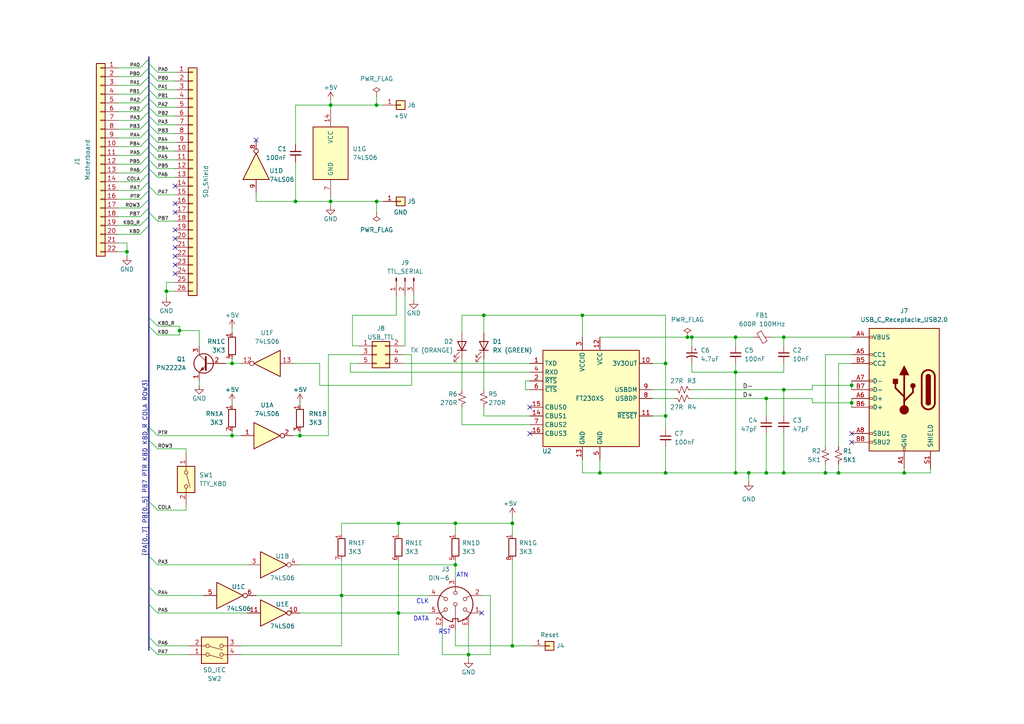
<source format=kicad_sch>
(kicad_sch (version 20230121) (generator eeschema)
  (paper "A4")
  (lib_symbols
    (symbol "74xx:74LS06" (pin_names (offset 1.016))
      (property "Reference" "U" (at 0 1.27 0))
      (property "Value" "74LS06" (at 0 -1.27 0))
      (symbol "74LS06_1_0"
        (pin input line (at -7.62 0 0) (length 3.81) (name "~") (number "1"))
        (pin open_collector inverted (at 7.62 0 180) (length 3.81) (name "~") (number "2"))
      )
      (symbol "74LS06_2_0"
        (pin input line (at -7.62 0 0) (length 3.81) (name "~") (number "3"))
        (pin open_collector inverted (at 7.62 0 180) (length 3.81) (name "~") (number "4"))
      )
      (symbol "74LS06_3_0"
        (pin input line (at -7.62 0 0) (length 3.81) (name "~") (number "5"))
        (pin open_collector inverted (at 7.62 0 180) (length 3.81) (name "~") (number "6"))
      )
      (symbol "74LS06_4_0"
        (pin open_collector inverted (at 7.62 0 180) (length 3.81) (name "~") (number "8"))
        (pin input line (at -7.62 0 0) (length 3.81) (name "~") (number "9"))
      )
      (symbol "74LS06_5_0"
        (pin open_collector inverted (at 7.62 0 180) (length 3.81) (name "~") (number "10"))
        (pin input line (at -7.62 0 0) (length 3.81) (name "~") (number "11"))
      )
      (symbol "74LS06_6_0"
        (pin open_collector inverted (at 7.62 0 180) (length 3.81) (name "~") (number "12"))
        (pin input line (at -7.62 0 0) (length 3.81) (name "~") (number "13"))
      )
      (symbol "74LS06_7_0"
        (pin power_in line (at 0 12.7 270) (length 5.08) (name "VCC") (number "14"))
        (pin power_in line (at 0 -12.7 90) (length 5.08) (name "GND") (number "7"))
      )
    )
    (symbol "Connector:Conn_01x03_Pin" (pin_names (offset 1.016) hide)
      (property "Reference" "J" (at 0 5.08 0))
      (property "Value" "Conn_01x03_Pin" (at 0 -5.08 0))
      (symbol "Conn_01x03_Pin_1_1"
        (pin passive line (at 5.08 2.54 180) (length 3.81) (name "Pin_1") (number "1"))
        (pin passive line (at 5.08 0 180) (length 3.81) (name "Pin_2") (number "2"))
        (pin passive line (at 5.08 -2.54 180) (length 3.81) (name "Pin_3") (number "3"))
      )
    )
    (symbol "Connector:USB_C_Receptacle_USB2.0" (pin_names (offset 1.016))
      (property "Reference" "J" (at -10.16 19.05 0))
      (property "Value" "USB_C_Receptacle_USB2.0" (at 19.05 19.05 0))
      (symbol "USB_C_Receptacle_USB2.0_1_1"
        (pin passive line (at 0 -22.86 90) (length 5.08) (name "GND") (number "A1"))
        (pin passive line (at 0 -22.86 90) (length 5.08) hide (name "GND") (number "A12"))
        (pin passive line (at 15.24 15.24 180) (length 5.08) (name "VBUS") (number "A4"))
        (pin bidirectional line (at 15.24 10.16 180) (length 5.08) (name "CC1") (number "A5"))
        (pin bidirectional line (at 15.24 -2.54 180) (length 5.08) (name "D+") (number "A6"))
        (pin bidirectional line (at 15.24 2.54 180) (length 5.08) (name "D-") (number "A7"))
        (pin bidirectional line (at 15.24 -12.7 180) (length 5.08) (name "SBU1") (number "A8"))
        (pin passive line (at 15.24 15.24 180) (length 5.08) hide (name "VBUS") (number "A9"))
        (pin passive line (at 0 -22.86 90) (length 5.08) hide (name "GND") (number "B1"))
        (pin passive line (at 0 -22.86 90) (length 5.08) hide (name "GND") (number "B12"))
        (pin passive line (at 15.24 15.24 180) (length 5.08) hide (name "VBUS") (number "B4"))
        (pin bidirectional line (at 15.24 7.62 180) (length 5.08) (name "CC2") (number "B5"))
        (pin bidirectional line (at 15.24 -5.08 180) (length 5.08) (name "D+") (number "B6"))
        (pin bidirectional line (at 15.24 0 180) (length 5.08) (name "D-") (number "B7"))
        (pin bidirectional line (at 15.24 -15.24 180) (length 5.08) (name "SBU2") (number "B8"))
        (pin passive line (at 15.24 15.24 180) (length 5.08) hide (name "VBUS") (number "B9"))
        (pin passive line (at -7.62 -22.86 90) (length 5.08) (name "SHIELD") (number "S1"))
      )
    )
    (symbol "Connector_Generic:Conn_01x01" (pin_names (offset 1.016) hide)
      (property "Reference" "J" (at 0 2.54 0))
      (property "Value" "Conn_01x01" (at 0 -2.54 0))
      (symbol "Conn_01x01_1_1"
        (pin passive line (at -5.08 0 0) (length 3.81) (name "Pin_1") (number "1"))
      )
    )
    (symbol "Connector_Generic:Conn_01x22" (pin_names (offset 1.016) hide)
      (property "Reference" "J" (at 0 27.94 0))
      (property "Value" "Conn_01x22" (at 0 -30.48 0))
      (symbol "Conn_01x22_1_1"
        (pin passive line (at -5.08 25.4 0) (length 3.81) (name "Pin_1") (number "1"))
        (pin passive line (at -5.08 2.54 0) (length 3.81) (name "Pin_10") (number "10"))
        (pin passive line (at -5.08 0 0) (length 3.81) (name "Pin_11") (number "11"))
        (pin passive line (at -5.08 -2.54 0) (length 3.81) (name "Pin_12") (number "12"))
        (pin passive line (at -5.08 -5.08 0) (length 3.81) (name "Pin_13") (number "13"))
        (pin passive line (at -5.08 -7.62 0) (length 3.81) (name "Pin_14") (number "14"))
        (pin passive line (at -5.08 -10.16 0) (length 3.81) (name "Pin_15") (number "15"))
        (pin passive line (at -5.08 -12.7 0) (length 3.81) (name "Pin_16") (number "16"))
        (pin passive line (at -5.08 -15.24 0) (length 3.81) (name "Pin_17") (number "17"))
        (pin passive line (at -5.08 -17.78 0) (length 3.81) (name "Pin_18") (number "18"))
        (pin passive line (at -5.08 -20.32 0) (length 3.81) (name "Pin_19") (number "19"))
        (pin passive line (at -5.08 22.86 0) (length 3.81) (name "Pin_2") (number "2"))
        (pin passive line (at -5.08 -22.86 0) (length 3.81) (name "Pin_20") (number "20"))
        (pin passive line (at -5.08 -25.4 0) (length 3.81) (name "Pin_21") (number "21"))
        (pin passive line (at -5.08 -27.94 0) (length 3.81) (name "Pin_22") (number "22"))
        (pin passive line (at -5.08 20.32 0) (length 3.81) (name "Pin_3") (number "3"))
        (pin passive line (at -5.08 17.78 0) (length 3.81) (name "Pin_4") (number "4"))
        (pin passive line (at -5.08 15.24 0) (length 3.81) (name "Pin_5") (number "5"))
        (pin passive line (at -5.08 12.7 0) (length 3.81) (name "Pin_6") (number "6"))
        (pin passive line (at -5.08 10.16 0) (length 3.81) (name "Pin_7") (number "7"))
        (pin passive line (at -5.08 7.62 0) (length 3.81) (name "Pin_8") (number "8"))
        (pin passive line (at -5.08 5.08 0) (length 3.81) (name "Pin_9") (number "9"))
      )
    )
    (symbol "Connector_Generic:Conn_01x26" (pin_names (offset 1.016) hide)
      (property "Reference" "J" (at 0 33.02 0))
      (property "Value" "Conn_01x26" (at 0 -35.56 0))
      (symbol "Conn_01x26_1_1"
        (pin passive line (at -5.08 30.48 0) (length 3.81) (name "Pin_1") (number "1"))
        (pin passive line (at -5.08 7.62 0) (length 3.81) (name "Pin_10") (number "10"))
        (pin passive line (at -5.08 5.08 0) (length 3.81) (name "Pin_11") (number "11"))
        (pin passive line (at -5.08 2.54 0) (length 3.81) (name "Pin_12") (number "12"))
        (pin passive line (at -5.08 0 0) (length 3.81) (name "Pin_13") (number "13"))
        (pin passive line (at -5.08 -2.54 0) (length 3.81) (name "Pin_14") (number "14"))
        (pin passive line (at -5.08 -5.08 0) (length 3.81) (name "Pin_15") (number "15"))
        (pin passive line (at -5.08 -7.62 0) (length 3.81) (name "Pin_16") (number "16"))
        (pin passive line (at -5.08 -10.16 0) (length 3.81) (name "Pin_17") (number "17"))
        (pin passive line (at -5.08 -12.7 0) (length 3.81) (name "Pin_18") (number "18"))
        (pin passive line (at -5.08 -15.24 0) (length 3.81) (name "Pin_19") (number "19"))
        (pin passive line (at -5.08 27.94 0) (length 3.81) (name "Pin_2") (number "2"))
        (pin passive line (at -5.08 -17.78 0) (length 3.81) (name "Pin_20") (number "20"))
        (pin passive line (at -5.08 -20.32 0) (length 3.81) (name "Pin_21") (number "21"))
        (pin passive line (at -5.08 -22.86 0) (length 3.81) (name "Pin_22") (number "22"))
        (pin passive line (at -5.08 -25.4 0) (length 3.81) (name "Pin_23") (number "23"))
        (pin passive line (at -5.08 -27.94 0) (length 3.81) (name "Pin_24") (number "24"))
        (pin passive line (at -5.08 -30.48 0) (length 3.81) (name "Pin_25") (number "25"))
        (pin passive line (at -5.08 -33.02 0) (length 3.81) (name "Pin_26") (number "26"))
        (pin passive line (at -5.08 25.4 0) (length 3.81) (name "Pin_3") (number "3"))
        (pin passive line (at -5.08 22.86 0) (length 3.81) (name "Pin_4") (number "4"))
        (pin passive line (at -5.08 20.32 0) (length 3.81) (name "Pin_5") (number "5"))
        (pin passive line (at -5.08 17.78 0) (length 3.81) (name "Pin_6") (number "6"))
        (pin passive line (at -5.08 15.24 0) (length 3.81) (name "Pin_7") (number "7"))
        (pin passive line (at -5.08 12.7 0) (length 3.81) (name "Pin_8") (number "8"))
        (pin passive line (at -5.08 10.16 0) (length 3.81) (name "Pin_9") (number "9"))
      )
    )
    (symbol "Connector_Generic:Conn_02x03_Odd_Even" (pin_names (offset 1.016) hide)
      (property "Reference" "J" (at 1.27 5.08 0))
      (property "Value" "Conn_02x03_Odd_Even" (at 1.27 -5.08 0))
      (symbol "Conn_02x03_Odd_Even_1_1"
        (pin passive line (at -5.08 2.54 0) (length 3.81) (name "Pin_1") (number "1"))
        (pin passive line (at 7.62 2.54 180) (length 3.81) (name "Pin_2") (number "2"))
        (pin passive line (at -5.08 0 0) (length 3.81) (name "Pin_3") (number "3"))
        (pin passive line (at 7.62 0 180) (length 3.81) (name "Pin_4") (number "4"))
        (pin passive line (at -5.08 -2.54 0) (length 3.81) (name "Pin_5") (number "5"))
        (pin passive line (at 7.62 -2.54 180) (length 3.81) (name "Pin_6") (number "6"))
      )
    )
    (symbol "DIN_Round:DIN-6_Ground" (pin_names (offset 1.016))
      (property "Reference" "J6" (at 1.6511 10.16 0))
      (property "Value" "DIN-6" (at 1.6511 7.62 0))
      (symbol "DIN-6_Ground_1_1"
        (pin passive line (at -7.62 -2.54 0) (length 2.54) (name "~") (number "1"))
        (pin passive line (at -7.62 2.54 0) (length 2.54) (name "~") (number "2"))
        (pin passive line (at 0 7.62 270) (length 2.54) (name "~") (number "3"))
        (pin passive line (at 7.62 2.54 180) (length 2.54) (name "~") (number "4"))
        (pin passive line (at 7.62 -2.54 180) (length 2.54) (name "~") (number "5"))
        (pin passive line (at 0 -7.62 90) (length 2.54) (name "~") (number "6"))
        (pin power_in line (at -3.81 -6.35 90) (length 2.87) (name "~") (number "E1"))
        (pin power_in line (at 3.81 -6.35 90) (length 2.87) (name "~") (number "E2"))
      )
    )
    (symbol "Device:C_Polarized_Small_US" (pin_numbers hide) (pin_names (offset 0.254) hide)
      (property "Reference" "C" (at 0.254 1.778 0))
      (property "Value" "C_Polarized_Small_US" (at 0.254 -2.032 0))
      (symbol "C_Polarized_Small_US_1_1"
        (pin passive line (at 0 2.54 270) (length 2.032) (name "~") (number "1"))
        (pin passive line (at 0 -2.54 90) (length 2.032) (name "~") (number "2"))
      )
    )
    (symbol "Device:C_Small" (pin_numbers hide) (pin_names (offset 0.254) hide)
      (property "Reference" "C" (at 0.254 1.778 0))
      (property "Value" "C_Small" (at 0.254 -2.032 0))
      (symbol "C_Small_1_1"
        (pin passive line (at 0 2.54 270) (length 2.032) (name "~") (number "1"))
        (pin passive line (at 0 -2.54 90) (length 2.032) (name "~") (number "2"))
      )
    )
    (symbol "Device:FerriteBead_Small" (pin_numbers hide) (pin_names (offset 0))
      (property "Reference" "FB" (at 1.905 1.27 0))
      (property "Value" "FerriteBead_Small" (at 1.905 -1.27 0))
      (symbol "FerriteBead_Small_1_1"
        (pin passive line (at 0 2.54 270) (length 1.27) (name "~") (number "1"))
        (pin passive line (at 0 -2.54 90) (length 1.27) (name "~") (number "2"))
      )
    )
    (symbol "Device:LED" (pin_numbers hide) (pin_names (offset 1.016) hide)
      (property "Reference" "D" (at 0 2.54 0))
      (property "Value" "LED" (at 0 -2.54 0))
      (symbol "LED_1_1"
        (pin passive line (at -3.81 0 0) (length 2.54) (name "K") (number "1"))
        (pin passive line (at 3.81 0 180) (length 2.54) (name "A") (number "2"))
      )
    )
    (symbol "Device:R_Network07_Split" (pin_names (offset 0) hide)
      (property "Reference" "RN" (at 2.032 0 90))
      (property "Value" "R_Network07_Split" (at 0 0 90))
      (symbol "R_Network07_Split_0_1"
        (pin passive line (at 0 3.81 270) (length 1.27) (name "R1") (number "1"))
      )
      (symbol "R_Network07_Split_1_1"
        (pin passive line (at 0 -3.81 90) (length 1.27) (name "R1.2") (number "2"))
      )
      (symbol "R_Network07_Split_2_1"
        (pin passive line (at 0 -3.81 90) (length 1.27) (name "R2.2") (number "3"))
      )
      (symbol "R_Network07_Split_3_1"
        (pin passive line (at 0 -3.81 90) (length 1.27) (name "R3.2") (number "4"))
      )
      (symbol "R_Network07_Split_4_1"
        (pin passive line (at 0 -3.81 90) (length 1.27) (name "R4.2") (number "5"))
      )
      (symbol "R_Network07_Split_5_1"
        (pin passive line (at 0 -3.81 90) (length 1.27) (name "R5.2") (number "6"))
      )
      (symbol "R_Network07_Split_6_1"
        (pin passive line (at 0 -3.81 90) (length 1.27) (name "R6.2") (number "7"))
      )
      (symbol "R_Network07_Split_7_1"
        (pin passive line (at 0 -3.81 90) (length 1.27) (name "R7.2") (number "8"))
      )
    )
    (symbol "Device:R_Small_US" (pin_numbers hide) (pin_names (offset 0.254) hide)
      (property "Reference" "R" (at 0.762 0.508 0))
      (property "Value" "R_Small_US" (at 0.762 -1.016 0))
      (symbol "R_Small_US_1_1"
        (pin passive line (at 0 2.54 270) (length 1.016) (name "~") (number "1"))
        (pin passive line (at 0 -2.54 90) (length 1.016) (name "~") (number "2"))
      )
    )
    (symbol "Interface_USB:FT230XS"
      (property "Reference" "U" (at -13.97 15.24 0))
      (property "Value" "FT230XS" (at 7.62 15.24 0))
      (symbol "FT230XS_1_1"
        (pin output line (at 17.78 10.16 180) (length 3.81) (name "TXD") (number "1"))
        (pin power_out line (at -17.78 10.16 0) (length 3.81) (name "3V3OUT") (number "10"))
        (pin input line (at -17.78 -5.08 0) (length 3.81) (name "~{RESET}") (number "11"))
        (pin power_in line (at -2.54 17.78 270) (length 3.81) (name "VCC") (number "12"))
        (pin power_in line (at 2.54 -17.78 90) (length 3.81) (name "GND") (number "13"))
        (pin bidirectional line (at 17.78 -5.08 180) (length 3.81) (name "CBUS1") (number "14"))
        (pin bidirectional line (at 17.78 -2.54 180) (length 3.81) (name "CBUS0") (number "15"))
        (pin bidirectional line (at 17.78 -10.16 180) (length 3.81) (name "CBUS3") (number "16"))
        (pin output line (at 17.78 5.08 180) (length 3.81) (name "~{RTS}") (number "2"))
        (pin power_in line (at 2.54 17.78 270) (length 3.81) (name "VCCIO") (number "3"))
        (pin input line (at 17.78 7.62 180) (length 3.81) (name "RXD") (number "4"))
        (pin power_in line (at -2.54 -17.78 90) (length 3.81) (name "GND") (number "5"))
        (pin input line (at 17.78 2.54 180) (length 3.81) (name "~{CTS}") (number "6"))
        (pin bidirectional line (at 17.78 -7.62 180) (length 3.81) (name "CBUS2") (number "7"))
        (pin bidirectional line (at -17.78 0 0) (length 3.81) (name "USBDP") (number "8"))
        (pin bidirectional line (at -17.78 2.54 0) (length 3.81) (name "USBDM") (number "9"))
      )
    )
    (symbol "Switch:SW_DIP_x01" (pin_names (offset 0) hide)
      (property "Reference" "SW" (at 0 3.81 0))
      (property "Value" "SW_DIP_x01" (at 0 -3.81 0))
      (symbol "SW_DIP_x01_1_1"
        (pin passive line (at -7.62 0 0) (length 5.08) (name "~") (number "1"))
        (pin passive line (at 7.62 0 180) (length 5.08) (name "~") (number "2"))
      )
    )
    (symbol "Switch:SW_DIP_x02" (pin_names (offset 0) hide)
      (property "Reference" "SW" (at 0 6.35 0))
      (property "Value" "SW_DIP_x02" (at 0 -3.81 0))
      (symbol "SW_DIP_x02_1_1"
        (pin passive line (at -7.62 2.54 0) (length 5.08) (name "~") (number "1"))
        (pin passive line (at -7.62 0 0) (length 5.08) (name "~") (number "2"))
        (pin passive line (at 7.62 0 180) (length 5.08) (name "~") (number "3"))
        (pin passive line (at 7.62 2.54 180) (length 5.08) (name "~") (number "4"))
      )
    )
    (symbol "Transistor_BJT:PN2222A" (pin_names (offset 0) hide)
      (property "Reference" "Q" (at 5.08 1.905 0))
      (property "Value" "PN2222A" (at 5.08 0 0))
      (symbol "PN2222A_1_1"
        (pin passive line (at 2.54 -5.08 90) (length 2.54) (name "E") (number "1"))
        (pin input line (at -5.08 0 0) (length 5.08) (name "B") (number "2"))
        (pin passive line (at 2.54 5.08 270) (length 2.54) (name "C") (number "3"))
      )
    )
    (symbol "power:+5V" (power) (pin_names (offset 0))
      (property "Value" "+5V" (at 0 3.556 0))
      (symbol "+5V_1_1"
        (pin power_in line (at 0 0 90) (length 0) hide (name "+5V") (number "1"))
      )
    )
    (symbol "power:GND" (power) (pin_names (offset 0))
      (property "Value" "GND" (at 0 -3.81 0))
      (symbol "GND_1_1"
        (pin power_in line (at 0 0 270) (length 0) hide (name "GND") (number "1"))
      )
    )
    (symbol "power:PWR_FLAG" (power) (pin_numbers hide) (pin_names (offset 0) hide)
      (property "Value" "PWR_FLAG" (at 0 3.81 0))
      (symbol "PWR_FLAG_0_0"
        (pin power_out line (at 0 0 90) (length 0) (name "pwr") (number "1"))
      )
    )
  )
  (junction (at 67.31 105.41))
  (junction (at 135.89 189.865))
  (junction (at 132.08 163.83))
  (junction (at 227.33 137.16))
  (junction (at 95.885 30.48))
  (junction (at 85.725 58.42))
  (junction (at 115.57 177.8))
  (junction (at 199.39 97.79))
  (junction (at 222.25 115.57))
  (junction (at 193.04 137.16))
  (junction (at 115.57 151.765))
  (junction (at 239.395 137.16))
  (junction (at 95.885 58.42))
  (junction (at 67.31 126.365))
  (junction (at 193.04 105.41))
  (junction (at 148.59 187.325))
  (junction (at 52.07 95.885))
  (junction (at 109.22 58.42))
  (junction (at 213.36 137.16))
  (junction (at 227.33 97.79))
  (junction (at 217.17 137.16))
  (junction (at 132.08 151.765))
  (junction (at 200.66 97.79))
  (junction (at 193.04 120.65))
  (junction (at 222.25 137.16))
  (junction (at 262.255 137.16))
  (junction (at 213.36 97.79))
  (junction (at 173.99 137.16))
  (junction (at 243.205 137.16))
  (junction (at 247.015 111.76))
  (junction (at 227.33 113.03))
  (junction (at 140.335 91.44))
  (junction (at 99.06 172.72))
  (junction (at 109.22 30.48))
  (junction (at 148.59 151.765))
  (junction (at 247.015 116.84))
  (junction (at 48.26 84.455))
  (junction (at 213.36 107.95))
  (junction (at 36.83 73.025))
  (junction (at 86.995 126.365))
  (junction (at 168.91 91.44))
  (no_connect (at 50.8 74.295))
  (no_connect (at 247.015 128.27))
  (no_connect (at 50.8 76.835))
  (no_connect (at 50.8 71.755))
  (no_connect (at 153.67 118.11))
  (no_connect (at 50.8 59.055))
  (no_connect (at 50.8 79.375))
  (no_connect (at 247.015 125.73))
  (no_connect (at 74.295 40.64))
  (no_connect (at 50.8 61.595))
  (no_connect (at 50.8 53.975))
  (no_connect (at 153.67 125.73))
  (no_connect (at 50.8 69.215))
  (no_connect (at 139.7 177.8))
  (no_connect (at 50.8 66.675))
  (bus_entry (at 40.64 67.945) (size 2.54 -2.54))
  (bus_entry (at 43.18 18.415) (size 2.54 2.54))
  (bus_entry (at 43.18 46.355) (size 2.54 2.54))
  (bus_entry (at 43.18 127.635) (size 2.54 2.54))
  (bus_entry (at 40.64 22.225) (size 2.54 -2.54))
  (bus_entry (at 43.18 161.29) (size 2.54 2.54))
  (bus_entry (at 43.18 123.825) (size 2.54 2.54))
  (bus_entry (at 43.18 53.975) (size 2.54 2.54))
  (bus_entry (at 40.64 50.165) (size 2.54 -2.54))
  (bus_entry (at 40.64 60.325) (size 2.54 -2.54))
  (bus_entry (at 40.64 40.005) (size 2.54 -2.54))
  (bus_entry (at 43.18 41.275) (size 2.54 2.54))
  (bus_entry (at 43.18 184.785) (size 2.54 2.54))
  (bus_entry (at 40.64 42.545) (size 2.54 -2.54))
  (bus_entry (at 40.64 29.845) (size 2.54 -2.54))
  (bus_entry (at 40.64 47.625) (size 2.54 -2.54))
  (bus_entry (at 43.18 43.815) (size 2.54 2.54))
  (bus_entry (at 43.18 92.075) (size 2.54 2.54))
  (bus_entry (at 40.64 65.405) (size 2.54 -2.54))
  (bus_entry (at 40.64 24.765) (size 2.54 -2.54))
  (bus_entry (at 40.64 55.245) (size 2.54 -2.54))
  (bus_entry (at 43.18 36.195) (size 2.54 2.54))
  (bus_entry (at 43.18 48.895) (size 2.54 2.54))
  (bus_entry (at 43.18 33.655) (size 2.54 2.54))
  (bus_entry (at 43.18 94.615) (size 2.54 2.54))
  (bus_entry (at 40.64 37.465) (size 2.54 -2.54))
  (bus_entry (at 40.64 19.685) (size 2.54 -2.54))
  (bus_entry (at 43.18 20.955) (size 2.54 2.54))
  (bus_entry (at 43.18 38.735) (size 2.54 2.54))
  (bus_entry (at 40.64 27.305) (size 2.54 -2.54))
  (bus_entry (at 40.64 62.865) (size 2.54 -2.54))
  (bus_entry (at 43.18 23.495) (size 2.54 2.54))
  (bus_entry (at 43.18 31.115) (size 2.54 2.54))
  (bus_entry (at 40.64 52.705) (size 2.54 -2.54))
  (bus_entry (at 40.64 57.785) (size 2.54 -2.54))
  (bus_entry (at 43.18 61.595) (size 2.54 2.54))
  (bus_entry (at 40.64 32.385) (size 2.54 -2.54))
  (bus_entry (at 43.18 26.035) (size 2.54 2.54))
  (bus_entry (at 43.18 175.26) (size 2.54 2.54))
  (bus_entry (at 40.64 45.085) (size 2.54 -2.54))
  (bus_entry (at 43.18 28.575) (size 2.54 2.54))
  (bus_entry (at 43.18 170.18) (size 2.54 2.54))
  (bus_entry (at 43.18 145.415) (size 2.54 2.54))
  (bus_entry (at 40.64 34.925) (size 2.54 -2.54))
  (bus_entry (at 43.18 187.325) (size 2.54 2.54))
  (wire (pts (xy 235.585 115.57) (xy 222.25 115.57)))
  (wire (pts (xy 53.975 130.175) (xy 53.975 131.445)))
  (wire (pts (xy 247.015 111.76) (xy 247.015 113.03)))
  (wire (pts (xy 34.29 47.625) (xy 40.64 47.625)))
  (wire (pts (xy 45.72 23.495) (xy 50.8 23.495)))
  (wire (pts (xy 128.27 181.61) (xy 128.27 189.865)))
  (wire (pts (xy 101.6 105.41) (xy 104.14 105.41)))
  (bus (pts (xy 43.18 55.245) (xy 43.18 57.785)))
  (wire (pts (xy 235.585 116.84) (xy 235.585 115.57)))
  (wire (pts (xy 95.25 102.87) (xy 95.25 126.365)))
  (wire (pts (xy 247.015 110.49) (xy 247.015 111.76)))
  (wire (pts (xy 104.14 100.33) (xy 102.235 100.33)))
  (wire (pts (xy 247.015 97.79) (xy 227.33 97.79)))
  (wire (pts (xy 213.36 97.79) (xy 213.36 100.33)))
  (wire (pts (xy 227.33 113.03) (xy 227.33 120.65)))
  (bus (pts (xy 43.18 28.575) (xy 43.18 29.845)))
  (wire (pts (xy 85.09 126.365) (xy 86.995 126.365)))
  (wire (pts (xy 34.29 55.245) (xy 40.64 55.245)))
  (wire (pts (xy 52.07 97.155) (xy 52.07 95.885)))
  (bus (pts (xy 43.18 123.825) (xy 43.18 127.635)))
  (wire (pts (xy 109.22 30.48) (xy 111.125 30.48)))
  (wire (pts (xy 45.72 56.515) (xy 50.8 56.515)))
  (bus (pts (xy 43.18 40.005) (xy 43.18 41.275)))
  (bus (pts (xy 43.18 127.635) (xy 43.18 145.415)))
  (wire (pts (xy 48.26 81.915) (xy 48.26 84.455)))
  (wire (pts (xy 102.235 91.44) (xy 114.935 91.44)))
  (wire (pts (xy 67.31 116.84) (xy 67.31 117.475)))
  (wire (pts (xy 132.08 151.765) (xy 115.57 151.765)))
  (wire (pts (xy 227.33 107.95) (xy 213.36 107.95)))
  (wire (pts (xy 92.71 111.76) (xy 119.38 111.76)))
  (wire (pts (xy 243.205 105.41) (xy 247.015 105.41)))
  (wire (pts (xy 148.59 162.56) (xy 148.59 187.325)))
  (wire (pts (xy 67.31 126.365) (xy 69.85 126.365)))
  (wire (pts (xy 222.25 115.57) (xy 222.25 120.65)))
  (wire (pts (xy 168.91 91.44) (xy 140.335 91.44)))
  (wire (pts (xy 109.22 58.42) (xy 109.22 61.595)))
  (wire (pts (xy 239.395 137.16) (xy 227.33 137.16)))
  (bus (pts (xy 43.18 48.895) (xy 43.18 50.165)))
  (wire (pts (xy 34.29 22.225) (xy 40.64 22.225)))
  (wire (pts (xy 148.59 154.94) (xy 148.59 151.765)))
  (wire (pts (xy 34.29 62.865) (xy 40.64 62.865)))
  (wire (pts (xy 189.23 105.41) (xy 193.04 105.41)))
  (wire (pts (xy 120.015 85.725) (xy 120.015 86.995)))
  (wire (pts (xy 227.33 137.16) (xy 227.33 125.73)))
  (wire (pts (xy 193.04 105.41) (xy 193.04 120.65)))
  (wire (pts (xy 213.36 107.95) (xy 213.36 137.16)))
  (wire (pts (xy 153.67 107.95) (xy 101.6 107.95)))
  (wire (pts (xy 34.29 42.545) (xy 40.64 42.545)))
  (wire (pts (xy 239.395 129.54) (xy 239.395 102.87)))
  (wire (pts (xy 140.335 91.44) (xy 133.985 91.44)))
  (wire (pts (xy 117.475 100.33) (xy 117.475 85.725)))
  (wire (pts (xy 115.57 151.765) (xy 115.57 154.94)))
  (bus (pts (xy 43.18 29.845) (xy 43.18 31.115)))
  (wire (pts (xy 45.72 28.575) (xy 50.8 28.575)))
  (wire (pts (xy 262.255 135.89) (xy 262.255 137.16)))
  (wire (pts (xy 45.72 187.325) (xy 54.61 187.325)))
  (wire (pts (xy 45.72 64.135) (xy 50.8 64.135)))
  (bus (pts (xy 43.18 34.925) (xy 43.18 36.195)))
  (wire (pts (xy 67.31 125.095) (xy 67.31 126.365)))
  (wire (pts (xy 243.205 129.54) (xy 243.205 105.41)))
  (wire (pts (xy 34.29 29.845) (xy 40.64 29.845)))
  (wire (pts (xy 116.84 100.33) (xy 117.475 100.33)))
  (wire (pts (xy 45.72 97.155) (xy 52.07 97.155)))
  (wire (pts (xy 36.83 73.025) (xy 36.83 70.485)))
  (wire (pts (xy 45.72 51.435) (xy 50.8 51.435)))
  (bus (pts (xy 43.18 24.765) (xy 43.18 26.035)))
  (wire (pts (xy 86.995 126.365) (xy 95.25 126.365)))
  (wire (pts (xy 48.26 84.455) (xy 50.8 84.455)))
  (wire (pts (xy 135.89 189.865) (xy 135.89 191.135)))
  (wire (pts (xy 86.995 163.83) (xy 132.08 163.83)))
  (wire (pts (xy 34.29 45.085) (xy 40.64 45.085)))
  (wire (pts (xy 45.72 94.615) (xy 52.07 94.615)))
  (wire (pts (xy 247.015 111.76) (xy 235.585 111.76)))
  (wire (pts (xy 34.29 57.785) (xy 40.64 57.785)))
  (wire (pts (xy 222.25 115.57) (xy 200.66 115.57)))
  (bus (pts (xy 43.18 26.035) (xy 43.18 27.305)))
  (wire (pts (xy 45.72 33.655) (xy 50.8 33.655)))
  (wire (pts (xy 140.335 104.14) (xy 140.335 113.03)))
  (wire (pts (xy 193.04 129.54) (xy 193.04 137.16)))
  (wire (pts (xy 95.885 29.21) (xy 95.885 30.48)))
  (wire (pts (xy 95.885 30.48) (xy 109.22 30.48)))
  (wire (pts (xy 45.72 41.275) (xy 50.8 41.275)))
  (wire (pts (xy 227.33 97.79) (xy 223.52 97.79)))
  (wire (pts (xy 45.72 31.115) (xy 50.8 31.115)))
  (wire (pts (xy 34.29 73.025) (xy 36.83 73.025)))
  (wire (pts (xy 140.335 120.65) (xy 140.335 118.11)))
  (bus (pts (xy 43.18 23.495) (xy 43.18 24.765)))
  (wire (pts (xy 152.4 110.49) (xy 152.4 113.03)))
  (wire (pts (xy 95.885 30.48) (xy 95.885 31.75)))
  (wire (pts (xy 34.29 40.005) (xy 40.64 40.005)))
  (wire (pts (xy 217.17 137.16) (xy 217.17 139.7)))
  (wire (pts (xy 193.04 137.16) (xy 173.99 137.16)))
  (bus (pts (xy 43.18 18.415) (xy 43.18 19.685)))
  (bus (pts (xy 43.18 161.29) (xy 43.18 170.18)))
  (wire (pts (xy 85.725 58.42) (xy 95.885 58.42)))
  (wire (pts (xy 222.25 137.16) (xy 227.33 137.16)))
  (wire (pts (xy 262.255 137.16) (xy 243.205 137.16)))
  (wire (pts (xy 153.67 120.65) (xy 140.335 120.65)))
  (wire (pts (xy 148.59 149.86) (xy 148.59 151.765)))
  (wire (pts (xy 213.36 107.95) (xy 200.66 107.95)))
  (wire (pts (xy 114.935 91.44) (xy 114.935 85.725)))
  (wire (pts (xy 247.015 116.84) (xy 247.015 118.11)))
  (wire (pts (xy 115.57 162.56) (xy 115.57 177.8)))
  (bus (pts (xy 43.18 20.955) (xy 43.18 22.225)))
  (bus (pts (xy 43.18 22.225) (xy 43.18 23.495)))
  (wire (pts (xy 152.4 113.03) (xy 153.67 113.03)))
  (bus (pts (xy 43.18 184.785) (xy 43.18 187.325)))
  (wire (pts (xy 119.38 102.87) (xy 119.38 111.76)))
  (wire (pts (xy 45.72 43.815) (xy 50.8 43.815)))
  (wire (pts (xy 45.72 48.895) (xy 50.8 48.895)))
  (wire (pts (xy 34.29 60.325) (xy 40.64 60.325)))
  (bus (pts (xy 43.18 41.275) (xy 43.18 42.545)))
  (wire (pts (xy 85.09 105.41) (xy 92.71 105.41)))
  (bus (pts (xy 43.18 16.51) (xy 43.18 17.145)))
  (bus (pts (xy 43.18 50.165) (xy 43.18 52.705)))
  (bus (pts (xy 43.18 27.305) (xy 43.18 28.575)))
  (wire (pts (xy 45.72 130.175) (xy 53.975 130.175)))
  (wire (pts (xy 116.84 105.41) (xy 153.67 105.41)))
  (wire (pts (xy 95.885 58.42) (xy 95.885 57.15)))
  (bus (pts (xy 43.18 60.325) (xy 43.18 61.595)))
  (wire (pts (xy 227.33 100.33) (xy 227.33 97.79)))
  (wire (pts (xy 148.59 151.765) (xy 132.08 151.765)))
  (wire (pts (xy 133.985 91.44) (xy 133.985 96.52)))
  (wire (pts (xy 45.72 26.035) (xy 50.8 26.035)))
  (bus (pts (xy 43.18 170.18) (xy 43.18 175.26)))
  (bus (pts (xy 43.18 33.655) (xy 43.18 34.925)))
  (wire (pts (xy 34.29 52.705) (xy 40.64 52.705)))
  (wire (pts (xy 132.08 151.765) (xy 132.08 154.94)))
  (wire (pts (xy 34.29 37.465) (xy 40.64 37.465)))
  (bus (pts (xy 43.18 175.26) (xy 43.18 184.785)))
  (wire (pts (xy 124.46 177.8) (xy 115.57 177.8)))
  (wire (pts (xy 57.785 100.33) (xy 57.785 95.885)))
  (wire (pts (xy 95.885 58.42) (xy 109.22 58.42)))
  (wire (pts (xy 217.17 137.16) (xy 213.36 137.16)))
  (wire (pts (xy 34.29 27.305) (xy 40.64 27.305)))
  (wire (pts (xy 109.22 27.94) (xy 109.22 30.48)))
  (wire (pts (xy 227.33 113.03) (xy 200.66 113.03)))
  (wire (pts (xy 132.08 162.56) (xy 132.08 163.83)))
  (bus (pts (xy 43.18 145.415) (xy 43.18 161.29)))
  (bus (pts (xy 43.18 38.735) (xy 43.18 40.005)))
  (wire (pts (xy 34.29 50.165) (xy 40.64 50.165)))
  (bus (pts (xy 43.18 52.705) (xy 43.18 53.975)))
  (bus (pts (xy 43.18 53.975) (xy 43.18 55.245)))
  (wire (pts (xy 36.83 74.295) (xy 36.83 73.025)))
  (bus (pts (xy 43.18 32.385) (xy 43.18 33.655)))
  (bus (pts (xy 43.18 37.465) (xy 43.18 38.735)))
  (wire (pts (xy 95.885 59.69) (xy 95.885 58.42)))
  (wire (pts (xy 45.72 177.8) (xy 71.755 177.8)))
  (wire (pts (xy 57.785 95.885) (xy 52.07 95.885)))
  (wire (pts (xy 48.26 84.455) (xy 48.26 86.36)))
  (wire (pts (xy 74.295 58.42) (xy 85.725 58.42)))
  (wire (pts (xy 115.57 189.865) (xy 115.57 177.8)))
  (bus (pts (xy 43.18 94.615) (xy 43.18 123.825)))
  (wire (pts (xy 69.85 189.865) (xy 115.57 189.865)))
  (wire (pts (xy 34.29 34.925) (xy 40.64 34.925)))
  (wire (pts (xy 200.66 107.95) (xy 200.66 105.41)))
  (wire (pts (xy 67.31 95.25) (xy 67.31 96.52)))
  (wire (pts (xy 34.29 65.405) (xy 40.64 65.405)))
  (wire (pts (xy 142.24 189.865) (xy 135.89 189.865)))
  (bus (pts (xy 43.18 45.085) (xy 43.18 46.355)))
  (wire (pts (xy 45.72 126.365) (xy 67.31 126.365)))
  (wire (pts (xy 45.72 172.72) (xy 59.055 172.72)))
  (wire (pts (xy 133.985 123.19) (xy 133.985 118.11)))
  (wire (pts (xy 67.31 105.41) (xy 69.85 105.41)))
  (wire (pts (xy 69.85 187.325) (xy 99.06 187.325)))
  (bus (pts (xy 43.18 187.325) (xy 43.18 188.595)))
  (wire (pts (xy 213.36 137.16) (xy 193.04 137.16)))
  (wire (pts (xy 86.995 116.84) (xy 86.995 117.475)))
  (wire (pts (xy 168.91 91.44) (xy 168.91 97.79)))
  (wire (pts (xy 247.015 116.84) (xy 235.585 116.84)))
  (wire (pts (xy 132.08 182.88) (xy 132.08 187.325)))
  (wire (pts (xy 53.975 146.685) (xy 53.975 147.955)))
  (wire (pts (xy 227.33 105.41) (xy 227.33 107.95)))
  (wire (pts (xy 173.99 133.35) (xy 173.99 137.16)))
  (wire (pts (xy 85.725 46.99) (xy 85.725 58.42)))
  (wire (pts (xy 213.36 97.79) (xy 200.66 97.79)))
  (wire (pts (xy 269.875 137.16) (xy 262.255 137.16)))
  (wire (pts (xy 101.6 107.95) (xy 101.6 105.41)))
  (wire (pts (xy 243.205 134.62) (xy 243.205 137.16)))
  (wire (pts (xy 213.36 105.41) (xy 213.36 107.95)))
  (wire (pts (xy 135.89 181.61) (xy 135.89 189.865)))
  (wire (pts (xy 34.29 24.765) (xy 40.64 24.765)))
  (wire (pts (xy 85.725 41.91) (xy 85.725 30.48)))
  (wire (pts (xy 235.585 113.03) (xy 227.33 113.03)))
  (wire (pts (xy 104.14 102.87) (xy 95.25 102.87)))
  (wire (pts (xy 173.99 137.16) (xy 168.91 137.16)))
  (wire (pts (xy 148.59 187.325) (xy 132.08 187.325)))
  (bus (pts (xy 43.18 36.195) (xy 43.18 37.465)))
  (wire (pts (xy 45.72 36.195) (xy 50.8 36.195)))
  (wire (pts (xy 128.27 189.865) (xy 135.89 189.865)))
  (wire (pts (xy 99.06 172.72) (xy 74.295 172.72)))
  (wire (pts (xy 222.25 137.16) (xy 217.17 137.16)))
  (wire (pts (xy 239.395 102.87) (xy 247.015 102.87)))
  (wire (pts (xy 99.06 162.56) (xy 99.06 172.72)))
  (wire (pts (xy 139.7 172.72) (xy 142.24 172.72)))
  (wire (pts (xy 34.29 19.685) (xy 40.64 19.685)))
  (wire (pts (xy 45.72 46.355) (xy 50.8 46.355)))
  (wire (pts (xy 109.22 58.42) (xy 111.125 58.42)))
  (bus (pts (xy 43.18 46.355) (xy 43.18 47.625)))
  (wire (pts (xy 218.44 97.79) (xy 213.36 97.79)))
  (wire (pts (xy 195.58 115.57) (xy 189.23 115.57)))
  (wire (pts (xy 57.785 110.49) (xy 57.785 111.76)))
  (wire (pts (xy 200.66 97.79) (xy 199.39 97.79)))
  (wire (pts (xy 53.975 147.955) (xy 45.72 147.955)))
  (wire (pts (xy 195.58 113.03) (xy 189.23 113.03)))
  (wire (pts (xy 102.235 100.33) (xy 102.235 91.44)))
  (wire (pts (xy 67.31 104.14) (xy 67.31 105.41)))
  (wire (pts (xy 133.985 104.14) (xy 133.985 113.03)))
  (wire (pts (xy 65.405 105.41) (xy 67.31 105.41)))
  (wire (pts (xy 74.295 55.88) (xy 74.295 58.42)))
  (wire (pts (xy 52.07 94.615) (xy 52.07 95.885)))
  (wire (pts (xy 269.875 135.89) (xy 269.875 137.16)))
  (wire (pts (xy 45.72 189.865) (xy 54.61 189.865)))
  (wire (pts (xy 239.395 137.16) (xy 239.395 134.62)))
  (bus (pts (xy 43.18 42.545) (xy 43.18 43.815)))
  (wire (pts (xy 99.06 151.765) (xy 115.57 151.765)))
  (wire (pts (xy 34.29 32.385) (xy 40.64 32.385)))
  (wire (pts (xy 222.25 125.73) (xy 222.25 137.16)))
  (wire (pts (xy 168.91 137.16) (xy 168.91 133.35)))
  (wire (pts (xy 132.08 163.83) (xy 132.08 167.64)))
  (wire (pts (xy 142.24 172.72) (xy 142.24 189.865)))
  (wire (pts (xy 92.71 105.41) (xy 92.71 111.76)))
  (wire (pts (xy 154.305 187.325) (xy 148.59 187.325)))
  (wire (pts (xy 99.06 187.325) (xy 99.06 172.72)))
  (bus (pts (xy 43.18 19.685) (xy 43.18 20.955)))
  (wire (pts (xy 86.995 125.095) (xy 86.995 126.365)))
  (bus (pts (xy 43.18 61.595) (xy 43.18 62.865)))
  (bus (pts (xy 43.18 92.075) (xy 43.18 94.615)))
  (wire (pts (xy 36.83 70.485) (xy 34.29 70.485)))
  (wire (pts (xy 34.29 67.945) (xy 40.64 67.945)))
  (wire (pts (xy 193.04 91.44) (xy 168.91 91.44)))
  (wire (pts (xy 45.72 38.735) (xy 50.8 38.735)))
  (wire (pts (xy 116.84 102.87) (xy 119.38 102.87)))
  (wire (pts (xy 50.8 81.915) (xy 48.26 81.915)))
  (wire (pts (xy 115.57 177.8) (xy 86.995 177.8)))
  (bus (pts (xy 43.18 65.405) (xy 43.18 92.075)))
  (wire (pts (xy 200.66 97.79) (xy 200.66 100.33)))
  (wire (pts (xy 235.585 111.76) (xy 235.585 113.03)))
  (bus (pts (xy 43.18 17.145) (xy 43.18 18.415)))
  (wire (pts (xy 153.67 110.49) (xy 152.4 110.49)))
  (wire (pts (xy 45.72 163.83) (xy 71.755 163.83)))
  (wire (pts (xy 247.015 115.57) (xy 247.015 116.84)))
  (wire (pts (xy 243.205 137.16) (xy 239.395 137.16)))
  (bus (pts (xy 43.18 47.625) (xy 43.18 48.895)))
  (wire (pts (xy 153.67 123.19) (xy 133.985 123.19)))
  (wire (pts (xy 193.04 120.65) (xy 193.04 124.46)))
  (wire (pts (xy 193.04 105.41) (xy 193.04 91.44)))
  (wire (pts (xy 99.06 151.765) (xy 99.06 154.94)))
  (wire (pts (xy 193.04 120.65) (xy 189.23 120.65)))
  (bus (pts (xy 43.18 31.115) (xy 43.18 32.385)))
  (wire (pts (xy 140.335 91.44) (xy 140.335 96.52)))
  (wire (pts (xy 124.46 172.72) (xy 99.06 172.72)))
  (wire (pts (xy 85.725 30.48) (xy 95.885 30.48)))
  (bus (pts (xy 43.18 57.785) (xy 43.18 60.325)))
  (wire (pts (xy 45.72 20.955) (xy 50.8 20.955)))
  (wire (pts (xy 199.39 97.79) (xy 173.99 97.79)))
  (bus (pts (xy 43.18 43.815) (xy 43.18 45.085)))
  (bus (pts (xy 43.18 62.865) (xy 43.18 65.405)))
  (text "RST" (at 130.81 184.15 0) (effects (font (size 1.27 1.27)) (justify right bottom)))
  (text "DATA" (at 124.46 180.34 0) (effects (font (size 1.27 1.27)) (justify right bottom)))
  (text "CLK" (at 124.46 175.26 0) (effects (font (size 1.27 1.27)) (justify right bottom)))
  (text "ATN" (at 135.89 167.64 0) (effects (font (size 1.27 1.27)) (justify right bottom)))
  (label "PB2" (at 40.64 32.385 180) (effects (font (size 1 1))))
  (label "ROW3" (at 45.72 130.175 0) (effects (font (size 1 1))))
  (label "PB2" (at 45.72 33.655 0) (effects (font (size 1 1))))
  (label "PA0" (at 45.72 20.955 0) (effects (font (size 1 1))))
  (label "PB5" (at 40.64 47.625 180) (effects (font (size 1 1))))
  (label "PA6" (at 40.64 50.165 180) (effects (font (size 1 1))))
  (label "PTR" (at 45.72 126.365 0) (effects (font (size 1 1))))
  (label "PA5" (at 45.72 177.8 0) (effects (font (size 1 1))))
  (label "PB3" (at 45.72 38.735 0) (effects (font (size 1 1))))
  (label "PA6" (at 45.72 187.325 0) (effects (font (size 1 1))))
  (label "COLA" (at 45.72 147.955 0) (effects (font (size 1 1))))
  (label "PB4" (at 45.72 43.815 0) (effects (font (size 1 1))))
  (label "PA6" (at 45.72 51.435 0) (effects (font (size 1 1))))
  (label "PTR" (at 40.64 57.785 180) (effects (font (size 1 1))))
  (label "PA7" (at 45.72 189.865 0) (effects (font (size 1 1))))
  (label "PB0" (at 40.64 22.225 180) (effects (font (size 1 1))))
  (label "PA4" (at 45.72 41.275 0) (effects (font (size 1 1))))
  (label "PA1" (at 45.72 26.035 0) (effects (font (size 1 1))))
  (label "PA7" (at 45.72 56.515 0) (effects (font (size 1 1))))
  (label "PB1" (at 45.72 28.575 0) (effects (font (size 1 1))))
  (label "PB4" (at 40.64 42.545 180) (effects (font (size 1 1))))
  (label "PA3" (at 40.64 34.925 180) (effects (font (size 1 1))))
  (label "PA4" (at 45.72 172.72 0) (effects (font (size 1 1))))
  (label "PA7" (at 40.64 55.245 180) (effects (font (size 1 1))))
  (label "ROW3" (at 40.64 60.325 180) (effects (font (size 1 1))))
  (label "PB5" (at 45.72 48.895 0) (effects (font (size 1 1))))
  (label "PA3" (at 45.72 163.83 0) (effects (font (size 1 1))))
  (label "PA4" (at 40.64 40.005 180) (effects (font (size 1 1))))
  (label "PB0" (at 45.72 23.495 0) (effects (font (size 1 1))))
  (label "KBD_R" (at 45.72 94.615 0) (effects (font (size 1 1))))
  (label "COLA" (at 40.64 52.705 180) (effects (font (size 1 1))))
  (label "PA2" (at 45.72 31.115 0) (effects (font (size 1 1))))
  (label "PA3" (at 45.72 36.195 0) (effects (font (size 1 1))))
  (label "PA0" (at 40.64 19.685 180) (effects (font (size 1 1))))
  (label "PA5" (at 40.64 45.085 180) (effects (font (size 1 1))))
  (label "PB1" (at 40.64 27.305 180) (effects (font (size 1 1))))
  (label "{PA[0..7] PB[0..5] PB7 PTR KBD KBD_R COLA ROW3}" (at 43.18 161.29 90))
  (label "D+" (at 218.44 115.57 180))
  (label "PB3" (at 40.64 37.465 180) (effects (font (size 1 1))))
  (label "KBD" (at 45.72 97.155 0) (effects (font (size 1 1))))
  (label "PA5" (at 45.72 46.355 0) (effects (font (size 1 1))))
  (label "KBD" (at 40.64 67.945 180) (effects (font (size 1 1))))
  (label "PA2" (at 40.64 29.845 180) (effects (font (size 1 1))))
  (label "D-" (at 218.44 113.03 180))
  (label "KBD_R" (at 40.64 65.405 180) (effects (font (size 1 1))))
  (label "PB7" (at 45.72 64.135 0) (effects (font (size 1 1))))
  (label "PB7" (at 40.64 62.865 180) (effects (font (size 1 1))))
  (label "PA1" (at 40.64 24.765 180) (effects (font (size 1 1))))
  (symbol (lib_id "power:PWR_FLAG") (at 109.22 61.595 0) (mirror x) (unit 1)
    (property "Reference" "#FLG02" (effects hide))
    (property "Value" "PWR_FLAG" (at 109.22 66.675 0))
  )
  (symbol (lib_id "power:+5V") (at 86.995 116.84 0) (mirror y) (unit 1)
    (property "Reference" "#PWR09" (effects hide))
    (property "Value" "+5V" (at 86.995 113.03 0))
  )
  (symbol (lib_id "Device:R_Small_US") (at 133.985 115.57 0) (mirror y) (unit 1)
    (property "Reference" "R6" (at 132.715 114.3 0) (effects (justify left)))
    (property "Value" "270R" (at 132.715 116.84 0) (effects (justify left)))
    (property "Footprint" "Resistor_SMD:R_0603_1608Metric_Pad0.98x0.95mm_HandSolder" (effects hide))
  )
  (symbol (lib_id "Device:C_Small") (at 222.25 123.19 0) (mirror y) (unit 1)
    (property "Reference" "C4" (at 219.71 121.92 0) (effects (justify left)))
    (property "Value" "47pF" (at 219.71 124.46 0) (effects (justify left)))
    (property "Footprint" "Capacitor_SMD:C_0603_1608Metric_Pad1.08x0.95mm_HandSolder" (effects hide))
  )
  (symbol (lib_id "Device:R_Small_US") (at 243.205 132.08 0) (mirror y) (unit 1)
    (property "Reference" "R1" (at 244.475 130.81 0) (effects (justify right)))
    (property "Value" "5K1" (at 244.475 133.35 0) (effects (justify right)))
    (property "Footprint" "Resistor_SMD:R_0603_1608Metric_Pad0.98x0.95mm_HandSolder" (effects hide))
  )
  (symbol (lib_id "Device:C_Small") (at 227.33 123.19 0) (mirror y) (unit 1)
    (property "Reference" "C3" (at 229.87 121.92 0) (effects (justify right)))
    (property "Value" "47pF" (at 229.87 124.46 0) (effects (justify right)))
    (property "Footprint" "Capacitor_SMD:C_0603_1608Metric_Pad1.08x0.95mm_HandSolder" (effects hide))
  )
  (symbol (lib_id "power:PWR_FLAG") (at 199.39 97.79 0) (mirror y) (unit 1)
    (property "Reference" "#FLG03" (effects hide))
    (property "Value" "PWR_FLAG" (at 199.39 92.71 0))
  )
  (symbol (lib_id "Connector_Generic:Conn_01x22") (at 29.21 45.085 0) (mirror y) (unit 1)
    (property "Reference" "J1" (at 22.352 46.863 90))
    (property "Value" "Motherboard" (at 25.4 46.355 90))
    (property "Footprint" "Connector_PinSocket_2.54mm:PinSocket_2x11_P2.54mm_Vertical" (effects hide))
  )
  (symbol (lib_id "74xx:74LS06") (at 66.675 172.72 0) (mirror x) (unit 3)
    (property "Reference" "U1" (at 69.215 170.18 0))
    (property "Value" "74LS06" (at 69.215 176.53 0))
    (property "Footprint" "Package_DIP:DIP-14_W7.62mm_LongPads" (effects hide))
    (property "Datasheet" "http://www.ti.com/lit/gpn/sn74LS06" (effects hide))
  )
  (symbol (lib_id "74xx:74LS06") (at 79.375 163.83 0) (mirror x) (unit 2)
    (property "Reference" "U1" (at 81.915 161.29 0))
    (property "Value" "74LS06" (at 81.915 167.64 0))
    (property "Footprint" "Package_DIP:DIP-14_W7.62mm_LongPads" (effects hide))
    (property "Datasheet" "http://www.ti.com/lit/gpn/sn74LS06" (effects hide))
  )
  (symbol (lib_id "power:+5V") (at 148.59 149.86 0) (mirror y) (unit 1)
    (property "Reference" "#PWR016" (effects hide))
    (property "Value" "+5V" (at 147.955 146.05 0))
  )
  (symbol (lib_id "Connector_Generic:Conn_02x03_Odd_Even") (at 109.22 102.87 0) (unit 1)
    (property "Reference" "J8" (at 110.49 95.25 0))
    (property "Value" "USB_TTL" (at 110.49 97.79 0))
    (property "Footprint" "Connector_PinHeader_2.54mm:PinHeader_2x03_P2.54mm_Vertical" (effects hide))
  )
  (symbol (lib_id "power:GND") (at 36.83 74.295 0) (unit 1)
    (property "Reference" "#PWR02" (effects hide))
    (property "Value" "GND" (at 36.83 78.105 0))
  )
  (symbol (lib_id "Interface_USB:FT230XS") (at 171.45 115.57 0) (mirror y) (unit 1)
    (property "Reference" "U2" (at 160.02 130.81 0) (effects (justify left)))
    (property "Value" "FT230XS" (at 175.26 115.57 0) (effects (justify left)))
    (property "Footprint" "Package_SO:SSOP-16_3.9x4.9mm_P0.635mm" (effects hide))
    (property "Datasheet" "https://www.ftdichip.com/Support/Documents/DataSheets/ICs/DS_FT230X.pdf" (effects hide))
  )
  (symbol (lib_id "Device:C_Small") (at 85.725 44.45 0) (unit 1)
    (property "Reference" "C1" (at 83.185 43.18 0) (effects (justify right)))
    (property "Value" "100nF" (at 83.185 45.72 0) (effects (justify right)))
    (property "Footprint" "Capacitor_THT:C_Disc_D5.0mm_W2.5mm_P5.00mm" (effects hide))
  )
  (symbol (lib_id "power:+5V") (at 67.31 116.84 0) (mirror y) (unit 1)
    (property "Reference" "#PWR07" (effects hide))
    (property "Value" "+5V" (at 67.31 113.03 0))
  )
  (symbol (lib_id "Device:R_Small_US") (at 198.12 113.03 270) (mirror x) (unit 1)
    (property "Reference" "R3" (at 201.93 110.49 90) (effects (justify right)))
    (property "Value" "27R" (at 194.31 110.49 90) (effects (justify left)))
    (property "Footprint" "Resistor_SMD:R_0603_1608Metric_Pad0.98x0.95mm_HandSolder" (effects hide))
  )
  (symbol (lib_id "Transistor_BJT:PN2222A") (at 60.325 105.41 0) (mirror y) (unit 1)
    (property "Reference" "Q1" (at 53.975 104.14 0) (effects (justify left)))
    (property "Value" "PN2222A" (at 53.975 106.68 0) (effects (justify left)))
    (property "Footprint" "Package_TO_SOT_THT:TO-92_Inline" (effects hide))
    (property "Datasheet" "https://www.onsemi.com/pub/Collateral/PN2222-D.PDF" (effects hide))
  )
  (symbol (lib_id "Connector:Conn_01x03_Pin") (at 117.475 80.645 90) (mirror x) (unit 1)
    (property "Reference" "J9" (at 117.475 76.2 90))
    (property "Value" "TTL_SERIAL" (at 117.475 78.74 90))
    (property "Footprint" "Connector_PinHeader_2.54mm:PinHeader_1x03_P2.54mm_Horizontal" (effects hide))
  )
  (symbol (lib_id "power:GND") (at 135.89 191.135 0) (mirror y) (unit 1)
    (property "Reference" "#PWR013" (effects hide))
    (property "Value" "GND" (at 135.89 194.945 0))
  )
  (symbol (lib_id "Device:LED") (at 140.335 100.33 270) (mirror x) (unit 1)
    (property "Reference" "D1" (at 142.875 99.06 90) (effects (justify left)))
    (property "Value" "RX (GREEN)" (at 142.875 101.6 90) (effects (justify left)))
    (property "Footprint" "LED_SMD:LED_0603_1608Metric_Pad1.05x0.95mm_HandSolder" (effects hide))
  )
  (symbol (lib_id "74xx:74LS06") (at 77.47 126.365 0) (unit 1)
    (property "Reference" "U1" (at 77.47 117.475 0))
    (property "Value" "74LS06" (at 77.47 120.015 0))
    (property "Footprint" "Package_DIP:DIP-14_W7.62mm_LongPads" (effects hide))
    (property "Datasheet" "http://www.ti.com/lit/gpn/sn74LS06" (effects hide))
  )
  (symbol (lib_id "Device:C_Small") (at 193.04 127 0) (mirror y) (unit 1)
    (property "Reference" "C7" (at 195.58 125.73 0) (effects (justify right)))
    (property "Value" "100nF" (at 195.58 128.27 0) (effects (justify right)))
    (property "Footprint" "Capacitor_SMD:C_0603_1608Metric_Pad1.08x0.95mm_HandSolder" (effects hide))
  )
  (symbol (lib_id "power:+5V") (at 95.885 29.21 0) (unit 1)
    (property "Reference" "#PWR04" (effects hide))
    (property "Value" "+5V" (at 95.885 25.4 0))
  )
  (symbol (lib_id "Switch:SW_DIP_x02") (at 62.23 187.325 0) (mirror x) (unit 1)
    (property "Reference" "SW2" (at 62.23 196.85 0))
    (property "Value" "SD_IEC" (at 62.23 194.31 0))
    (property "Footprint" "Button_Switch_THT:SW_DIP_SPSTx02_Slide_9.78x7.26mm_W7.62mm_P2.54mm" (effects hide))
  )
  (symbol (lib_id "Device:R_Network07_Split") (at 99.06 158.75 0) (unit 6)
    (property "Reference" "RN1" (at 100.965 157.48 0) (effects (justify left)))
    (property "Value" "3K3" (at 100.965 160.02 0) (effects (justify left)))
    (property "Footprint" "Resistor_THT:R_Array_SIP8" (effects hide))
    (property "Datasheet" "http://www.vishay.com/docs/31509/csc.pdf" (effects hide))
  )
  (symbol (lib_id "74xx:74LS06") (at 79.375 177.8 0) (mirror x) (unit 5)
    (property "Reference" "U1" (at 81.915 175.26 0))
    (property "Value" "74LS06" (at 81.915 181.61 0))
    (property "Footprint" "Package_DIP:DIP-14_W7.62mm_LongPads" (effects hide))
    (property "Datasheet" "http://www.ti.com/lit/gpn/sn74LS06" (effects hide))
  )
  (symbol (lib_id "power:GND") (at 120.015 86.995 0) (unit 1)
    (property "Reference" "#PWR010" (effects hide))
    (property "Value" "GND" (at 120.015 90.805 0))
  )
  (symbol (lib_id "74xx:74LS06") (at 95.885 44.45 0) (unit 7)
    (property "Reference" "U1" (at 102.235 43.18 0) (effects (justify left)))
    (property "Value" "74LS06" (at 102.235 45.72 0) (effects (justify left)))
    (property "Footprint" "Package_DIP:DIP-14_W7.62mm_LongPads" (effects hide))
    (property "Datasheet" "http://www.ti.com/lit/gpn/sn74LS06" (effects hide))
  )
  (symbol (lib_id "power:GND") (at 48.26 86.36 0) (mirror y) (unit 1)
    (property "Reference" "#PWR03" (effects hide))
    (property "Value" "GND" (at 48.26 90.17 0))
  )
  (symbol (lib_id "Device:C_Small") (at 227.33 102.87 0) (mirror y) (unit 1)
    (property "Reference" "C2" (at 229.87 101.6 0) (effects (justify right)))
    (property "Value" "10nF" (at 229.87 104.14 0) (effects (justify right)))
    (property "Footprint" "Capacitor_SMD:C_0603_1608Metric_Pad1.08x0.95mm_HandSolder" (effects hide))
  )
  (symbol (lib_id "Connector_Generic:Conn_01x01") (at 116.205 58.42 0) (unit 1)
    (property "Reference" "J5" (at 119.38 58.42 0))
    (property "Value" "GND" (at 116.205 61.595 0))
    (property "Footprint" "Connector_PinSocket_2.54mm:PinSocket_1x01_P2.54mm_Vertical" (effects hide))
  )
  (symbol (lib_id "Connector_Generic:Conn_01x01") (at 159.385 187.325 0) (unit 1)
    (property "Reference" "J4" (at 162.56 187.325 0))
    (property "Value" "Reset" (at 159.385 184.15 0))
    (property "Footprint" "Connector_PinSocket_2.54mm:PinSocket_1x01_P2.54mm_Vertical" (effects hide))
  )
  (symbol (lib_id "power:+5V") (at 67.31 95.25 0) (mirror y) (unit 1)
    (property "Reference" "#PWR08" (effects hide))
    (property "Value" "+5V" (at 67.31 91.44 0))
  )
  (symbol (lib_id "Device:C_Small") (at 213.36 102.87 0) (mirror y) (unit 1)
    (property "Reference" "C5" (at 215.9 101.6 0) (effects (justify right)))
    (property "Value" "100nF" (at 215.9 104.14 0) (effects (justify right)))
    (property "Footprint" "Capacitor_SMD:C_0603_1608Metric_Pad1.08x0.95mm_HandSolder" (effects hide))
  )
  (symbol (lib_id "power:PWR_FLAG") (at 109.22 27.94 0) (mirror y) (unit 1)
    (property "Reference" "#FLG01" (effects hide))
    (property "Value" "PWR_FLAG" (at 109.22 22.86 0))
  )
  (symbol (lib_id "Device:R_Small_US") (at 140.335 115.57 0) (mirror y) (unit 1)
    (property "Reference" "R5" (at 141.605 114.3 0) (effects (justify right)))
    (property "Value" "270R" (at 141.605 116.84 0) (effects (justify right)))
    (property "Footprint" "Resistor_SMD:R_0603_1608Metric_Pad0.98x0.95mm_HandSolder" (effects hide))
  )
  (symbol (lib_id "Device:R_Small_US") (at 239.395 132.08 0) (mirror y) (unit 1)
    (property "Reference" "R2" (at 238.125 130.81 0) (effects (justify left)))
    (property "Value" "5K1" (at 238.125 133.35 0) (effects (justify left)))
    (property "Footprint" "Resistor_SMD:R_0603_1608Metric_Pad0.98x0.95mm_HandSolder" (effects hide))
  )
  (symbol (lib_id "Device:R_Network07_Split") (at 86.995 121.285 0) (unit 2)
    (property "Reference" "RN1" (at 89.535 120.015 0) (effects (justify left)))
    (property "Value" "3K3" (at 89.535 122.555 0) (effects (justify left)))
    (property "Footprint" "Resistor_THT:R_Array_SIP8" (effects hide))
    (property "Datasheet" "http://www.vishay.com/docs/31509/csc.pdf" (effects hide))
  )
  (symbol (lib_id "Device:R_Small_US") (at 198.12 115.57 270) (mirror x) (unit 1)
    (property "Reference" "R4" (at 200.66 118.11 90))
    (property "Value" "27R" (at 194.31 118.11 90) (effects (justify left)))
    (property "Footprint" "Resistor_SMD:R_0603_1608Metric_Pad0.98x0.95mm_HandSolder" (effects hide))
  )
  (symbol (lib_id "power:GND") (at 95.885 59.69 0) (unit 1)
    (property "Reference" "#PWR05" (effects hide))
    (property "Value" "GND" (at 95.885 63.5 0))
  )
  (symbol (lib_id "Connector_Generic:Conn_01x01") (at 116.205 30.48 0) (unit 1)
    (property "Reference" "J6" (at 119.38 30.48 0))
    (property "Value" "+5V" (at 116.205 33.655 0))
    (property "Footprint" "Connector_PinSocket_2.54mm:PinSocket_1x01_P2.54mm_Vertical" (effects hide))
  )
  (symbol (lib_id "Connector_Generic:Conn_01x26") (at 55.88 51.435 0) (unit 1)
    (property "Reference" "J2" (effects hide))
    (property "Value" "SD_Shield" (at 59.69 52.705 90))
    (property "Footprint" "Connector_IDC:IDC-Header_2x13_P2.54mm_Vertical" (effects hide))
  )
  (symbol (lib_id "Device:LED") (at 133.985 100.33 270) (mirror x) (unit 1)
    (property "Reference" "D2" (at 131.445 99.06 90) (effects (justify right)))
    (property "Value" "TX (ORANGE)" (at 131.445 101.6 90) (effects (justify right)))
    (property "Footprint" "LED_SMD:LED_0603_1608Metric_Pad1.05x0.95mm_HandSolder" (effects hide))
  )
  (symbol (lib_id "74xx:74LS06") (at 77.47 105.41 0) (mirror y) (unit 6)
    (property "Reference" "U1" (at 77.47 96.52 0))
    (property "Value" "74LS06" (at 77.47 99.06 0))
    (property "Footprint" "Package_DIP:DIP-14_W7.62mm_LongPads" (effects hide))
    (property "Datasheet" "http://www.ti.com/lit/gpn/sn74LS06" (effects hide))
  )
  (symbol (lib_id "Device:R_Network07_Split") (at 67.31 121.285 0) (unit 1)
    (property "Reference" "RN1" (at 64.77 120.015 0) (effects (justify right)))
    (property "Value" "3K3" (at 64.77 122.555 0) (effects (justify right)))
    (property "Footprint" "Resistor_THT:R_Array_SIP8" (effects hide))
    (property "Datasheet" "http://www.vishay.com/docs/31509/csc.pdf" (effects hide))
  )
  (symbol (lib_id "DIN_Round:DIN-6_Ground") (at 132.08 175.26 0) (mirror y) (unit 1)
    (property "Reference" "J3" (at 130.4289 165.1 0) (effects (justify left)))
    (property "Value" "DIN-6" (at 130.4289 167.64 0) (effects (justify left)))
    (property "Footprint" "DIN_Round:CUI_SDS-60J" (effects hide))
    (property "Datasheet" "http://www.mouser.com/ds/2/18/40_c091_abd_e-75918.pdf" (effects hide))
  )
  (symbol (lib_id "Device:C_Polarized_Small_US") (at 200.66 102.87 0) (mirror y) (unit 1)
    (property "Reference" "C6" (at 203.2 101.6 0) (effects (justify right)))
    (property "Value" "4.7uF" (at 203.2 104.14 0) (effects (justify right)))
    (property "Footprint" "Capacitor_SMD:CP_Elec_5x5.4" (effects hide))
  )
  (symbol (lib_id "74xx:74LS06") (at 74.295 48.26 90) (unit 4)
    (property "Reference" "U1" (at 78.105 49.53 90) (effects (justify right)))
    (property "Value" "74LS06" (at 78.105 52.07 90) (effects (justify right)))
    (property "Footprint" "Package_DIP:DIP-14_W7.62mm_LongPads" (effects hide))
    (property "Datasheet" "http://www.ti.com/lit/gpn/sn74LS06" (effects hide))
  )
  (symbol (lib_id "Device:R_Network07_Split") (at 67.31 100.33 0) (unit 3)
    (property "Reference" "RN1" (at 65.405 99.06 0) (effects (justify right)))
    (property "Value" "3K3" (at 65.405 101.6 0) (effects (justify right)))
    (property "Footprint" "Resistor_THT:R_Array_SIP8" (effects hide))
    (property "Datasheet" "http://www.vishay.com/docs/31509/csc.pdf" (effects hide))
  )
  (symbol (lib_id "Device:R_Network07_Split") (at 115.57 158.75 0) (unit 5)
    (property "Reference" "RN1" (at 117.475 157.48 0) (effects (justify left)))
    (property "Value" "3K3" (at 117.475 160.02 0) (effects (justify left)))
    (property "Footprint" "Resistor_THT:R_Array_SIP8" (effects hide))
    (property "Datasheet" "http://www.vishay.com/docs/31509/csc.pdf" (effects hide))
  )
  (symbol (lib_id "Connector:USB_C_Receptacle_USB2.0") (at 262.255 113.03 0) (mirror y) (unit 1)
    (property "Reference" "J7" (at 262.255 90.17 0))
    (property "Value" "USB_C_Receptacle_USB2.0" (at 262.255 92.71 0))
    (property "Footprint" "Connector_USB:USB_C_Receptacle_GCT_USB4105-xx-A_16P_TopMnt_Horizontal" (effects hide))
    (property "Datasheet" "https://www.usb.org/sites/default/files/documents/usb_type-c.zip" (effects hide))
  )
  (symbol (lib_id "power:GND") (at 57.785 111.76 0) (mirror y) (unit 1)
    (property "Reference" "#PWR06" (effects hide))
    (property "Value" "GND" (at 57.785 115.57 0))
  )
  (symbol (lib_id "Switch:SW_DIP_x01") (at 53.975 139.065 270) (unit 1)
    (property "Reference" "SW1" (at 57.785 137.795 90) (effects (justify left)))
    (property "Value" "TTY_KBD" (at 57.785 140.335 90) (effects (justify left)))
    (property "Footprint" "Button_Switch_THT:SW_DIP_SPSTx01_Slide_9.78x4.72mm_W7.62mm_P2.54mm" (effects hide))
  )
  (symbol (lib_id "Device:R_Network07_Split") (at 148.59 158.75 0) (unit 7)
    (property "Reference" "RN1" (at 150.495 157.48 0) (effects (justify left)))
    (property "Value" "3K3" (at 150.495 160.02 0) (effects (justify left)))
    (property "Footprint" "Resistor_THT:R_Array_SIP8" (effects hide))
    (property "Datasheet" "http://www.vishay.com/docs/31509/csc.pdf" (effects hide))
  )
  (symbol (lib_id "Device:FerriteBead_Small") (at 220.98 97.79 270) (mirror x) (unit 1)
    (property "Reference" "FB1" (at 221.0181 91.44 90))
    (property "Value" "600R 100MHz" (at 221.0181 93.98 90))
    (property "Footprint" "Resistor_SMD:R_0805_2012Metric_Pad1.20x1.40mm_HandSolder" (effects hide))
  )
  (symbol (lib_id "Device:R_Network07_Split") (at 132.08 158.75 0) (unit 4)
    (property "Reference" "RN1" (at 133.985 157.48 0) (effects (justify left)))
    (property "Value" "3K3" (at 133.985 160.02 0) (effects (justify left)))
    (property "Footprint" "Resistor_THT:R_Array_SIP8" (effects hide))
    (property "Datasheet" "http://www.vishay.com/docs/31509/csc.pdf" (effects hide))
  )
  (symbol (lib_id "power:GND") (at 217.17 139.7 0) (mirror y) (unit 1)
    (property "Reference" "#PWR01" (effects hide))
    (property "Value" "GND" (at 217.17 144.78 0))
  )
)
</source>
